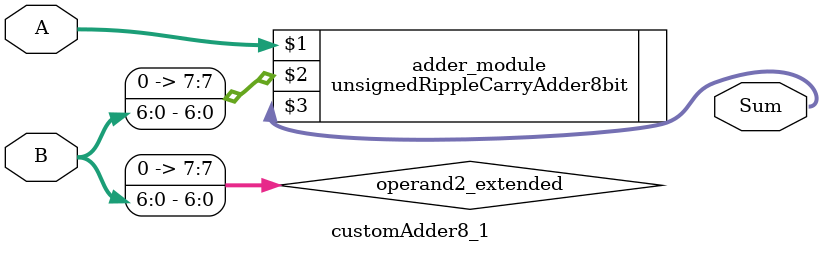
<source format=v>

module customAdder8_1(
                    input [7 : 0] A,
                    input [6 : 0] B,
                    
                    output [8 : 0] Sum
            );

    wire [7 : 0] operand2_extended;
    
    assign operand2_extended =  {1'b0, B};
    
    unsignedRippleCarryAdder8bit adder_module(
        A,
        operand2_extended,
        Sum
    );
    
endmodule
        
</source>
